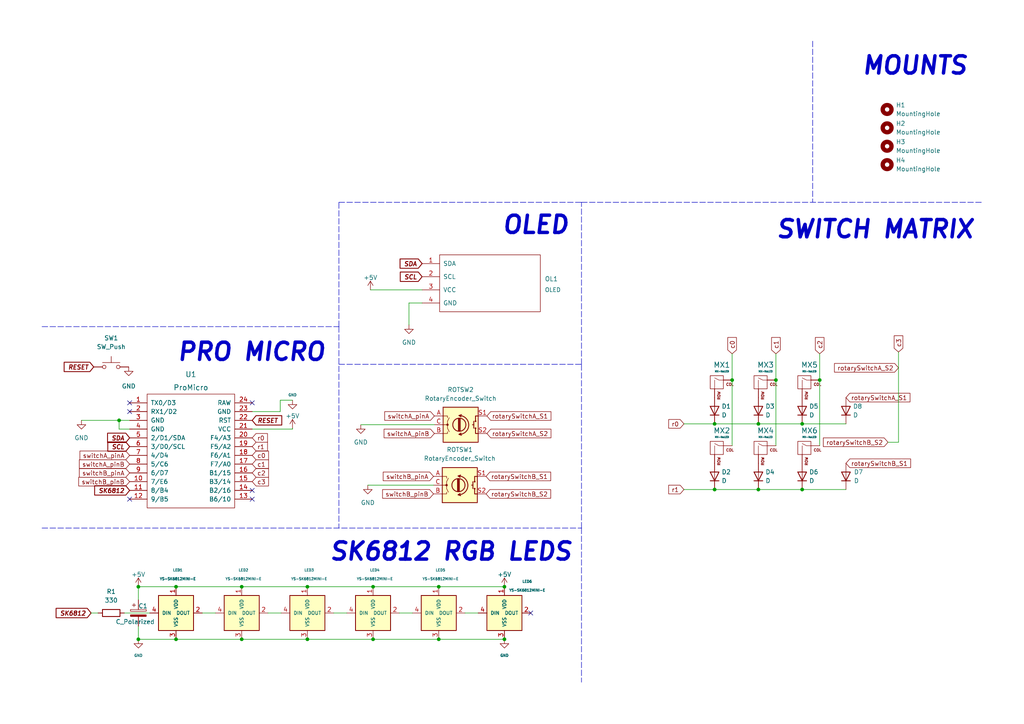
<source format=kicad_sch>
(kicad_sch (version 20211123) (generator eeschema)
  (paper "A4")
  (lib_symbols
    (symbol "Device:C_Polarized" (pin_numbers hide) (pin_names (offset 0.254))
      (property "Reference" "C" (at 0.635 2.54 0))
      (property "Value" "C_Polarized" (at 0.635 -2.54 0))
      (symbol "C_Polarized_0_1"
        (rectangle (start -2.286 0.508) (end 2.286 1.016))
        (polyline (pts (xy -1.778 2.286) (xy -0.762 2.286)))
        (polyline (pts (xy -1.27 2.794) (xy -1.27 1.778)))
        (rectangle (start 2.286 -0.508) (end -2.286 -1.016) (fill (type outline)))
      )
      (symbol "C_Polarized_1_1"
        (pin passive line (at 0 3.81 270) (length 2.794) (name "~") (number "1"))
        (pin passive line (at 0 -3.81 90) (length 2.794) (name "~") (number "2"))
      )
    )
    (symbol "Device:D" (pin_numbers hide) (pin_names (offset 1.016) hide)
      (property "Reference" "D" (at 0 2.54 0))
      (property "Value" "D" (at 0 -2.54 0))
      (symbol "D_0_1"
        (polyline (pts (xy -1.27 1.27) (xy -1.27 -1.27)) (stroke (width 0.254)))
        (polyline (pts (xy 1.27 0) (xy -1.27 0)))
        (polyline (pts (xy 1.27 1.27) (xy 1.27 -1.27) (xy -1.27 0) (xy 1.27 1.27)) (stroke (width 0.254)))
      )
      (symbol "D_1_1"
        (pin passive line (at -3.81 0 0) (length 2.54) (name "K") (number "1"))
        (pin passive line (at 3.81 0 180) (length 2.54) (name "A") (number "2"))
      )
    )
    (symbol "Device:R" (pin_numbers hide) (pin_names (offset 0))
      (property "Reference" "R" (at 2.032 0 90))
      (property "Value" "R" (at 0 0 90))
      (symbol "R_0_1"
        (rectangle (start -1.016 -2.54) (end 1.016 2.54) (stroke (width 0.254)))
      )
      (symbol "R_1_1"
        (pin passive line (at 0 3.81 270) (length 1.27) (name "~") (number "1"))
        (pin passive line (at 0 -3.81 90) (length 1.27) (name "~") (number "2"))
      )
    )
    (symbol "Device:RotaryEncoder_Switch" (pin_names (offset 0.254) hide)
      (property "Reference" "SW" (at 0 6.604 0))
      (property "Value" "RotaryEncoder_Switch" (at 0 -6.604 0))
      (symbol "RotaryEncoder_Switch_0_1"
        (rectangle (start -5.08 5.08) (end 5.08 -5.08) (stroke (width 0.254)) (fill (type background)))
        (circle (center -3.81 0) (radius 0.254) (fill (type outline)))
        (arc (start -0.381 -2.794) (mid 2.3622 -0.0635) (end -0.381 2.667) (stroke (width 0.254)))
        (circle (center -0.381 0) (radius 1.905) (stroke (width 0.254)))
        (polyline (pts (xy -0.635 -1.778) (xy -0.635 1.778)) (stroke (width 0.254)))
        (polyline (pts (xy -0.381 -1.778) (xy -0.381 1.778)) (stroke (width 0.254)))
        (polyline (pts (xy -0.127 1.778) (xy -0.127 -1.778)) (stroke (width 0.254)))
        (polyline (pts (xy 3.81 0) (xy 3.429 0)) (stroke (width 0.254)))
        (polyline (pts (xy 3.81 1.016) (xy 3.81 -1.016)) (stroke (width 0.254)))
        (polyline (pts (xy -5.08 -2.54) (xy -3.81 -2.54) (xy -3.81 -2.032)))
        (polyline (pts (xy -5.08 2.54) (xy -3.81 2.54) (xy -3.81 2.032)))
        (polyline (pts (xy 0.254 -3.048) (xy -0.508 -2.794) (xy 0.127 -2.413)) (stroke (width 0.254)))
        (polyline (pts (xy 0.254 2.921) (xy -0.508 2.667) (xy 0.127 2.286)) (stroke (width 0.254)))
        (polyline (pts (xy 5.08 -2.54) (xy 4.318 -2.54) (xy 4.318 -1.016)) (stroke (width 0.254)))
        (polyline (pts (xy 5.08 2.54) (xy 4.318 2.54) (xy 4.318 1.016)) (stroke (width 0.254)))
        (polyline (pts (xy -5.08 0) (xy -3.81 0) (xy -3.81 -1.016) (xy -3.302 -2.032)))
        (polyline (pts (xy -4.318 0) (xy -3.81 0) (xy -3.81 1.016) (xy -3.302 2.032)))
        (circle (center 4.318 -1.016) (radius 0.127) (stroke (width 0.254)))
        (circle (center 4.318 1.016) (radius 0.127) (stroke (width 0.254)))
      )
      (symbol "RotaryEncoder_Switch_1_1"
        (pin passive line (at -7.62 2.54 0) (length 2.54) (name "A") (number "A"))
        (pin passive line (at -7.62 -2.54 0) (length 2.54) (name "B") (number "B"))
        (pin passive line (at -7.62 0 0) (length 2.54) (name "C") (number "C"))
        (pin passive line (at 7.62 2.54 180) (length 2.54) (name "S1") (number "S1"))
        (pin passive line (at 7.62 -2.54 180) (length 2.54) (name "S2") (number "S2"))
      )
    )
    (symbol "MX_Alps_Hybrid:MX-NoLED" (pin_names (offset 1.016))
      (property "Reference" "MX" (at -0.635 3.81 0))
      (property "Value" "MX_Alps_Hybrid_MX-NoLED" (at -0.635 1.27 0))
      (symbol "MX-NoLED_0_0"
        (rectangle (start -2.54 2.54) (end 1.27 -1.27))
        (polyline (pts (xy -1.27 -1.27) (xy -1.27 1.27)) (stroke (width 0.127)))
        (polyline (pts (xy 1.27 1.27) (xy 0 1.27) (xy -1.27 1.905)) (stroke (width 0.127)))
        (text "COL" (at 3.175 0 0) (effects (font (size 0.762 0.762))))
        (text "ROW" (at 0 -1.905 900) (effects (font (size 0.762 0.762)) (justify right)))
      )
      (symbol "MX-NoLED_1_1"
        (pin passive line (at 3.81 1.27 180) (length 2.54) (name "COL") (number "1"))
        (pin passive line (at -1.27 -3.81 90) (length 2.54) (name "ROW") (number "2"))
      )
    )
    (symbol "Mechanical:MountingHole" (pin_names (offset 1.016))
      (property "Reference" "H" (at 0 5.08 0))
      (property "Value" "MountingHole" (at 0 3.175 0))
      (symbol "MountingHole_0_1"
        (circle (center 0 0) (radius 1.27) (stroke (width 1.27)))
      )
    )
    (symbol "Switch:SW_Push" (pin_numbers hide) (pin_names (offset 1.016) hide)
      (property "Reference" "SW" (at 1.27 2.54 0))
      (property "Value" "SW_Push" (at 0 -1.524 0))
      (symbol "SW_Push_0_1"
        (circle (center -2.032 0) (radius 0.508))
        (polyline (pts (xy 0 1.27) (xy 0 3.048)))
        (polyline (pts (xy 2.54 1.27) (xy -2.54 1.27)))
        (circle (center 2.032 0) (radius 0.508))
        (pin passive line (at -5.08 0 0) (length 2.54) (name "1") (number "1"))
        (pin passive line (at 5.08 0 180) (length 2.54) (name "2") (number "2"))
      )
    )
    (symbol "kbd:OLED" (pin_names (offset 1.016))
      (property "Reference" "OL" (at 0 2.54 0))
      (property "Value" "OLED" (at 0 -1.27 0))
      (symbol "OLED_0_1"
        (rectangle (start -13.97 8.89) (end 15.24 -7.62))
      )
      (symbol "OLED_1_1"
        (pin bidirectional line (at -19.05 6.35 0) (length 5.08) (name "SDA") (number "1"))
        (pin bidirectional line (at -19.05 2.54 0) (length 5.08) (name "SCL") (number "2"))
        (pin power_in line (at -19.05 -1.27 0) (length 5.08) (name "VCC") (number "3"))
        (pin power_in line (at -19.05 -5.08 0) (length 5.08) (name "GND") (number "4"))
      )
    )
    (symbol "kbd:ProMicro" (pin_names (offset 1.016))
      (property "Reference" "U" (at 0 19.05 0))
      (property "Value" "ProMicro" (at 0 -19.05 0))
      (symbol "ProMicro_0_1"
        (rectangle (start -12.7 16.51) (end 12.7 -16.51))
      )
      (symbol "ProMicro_1_1"
        (pin bidirectional line (at -17.78 13.97 0) (length 5.08) (name "TX0/D3") (number "1"))
        (pin bidirectional line (at -17.78 -8.89 0) (length 5.08) (name "7/E6") (number "10"))
        (pin bidirectional line (at -17.78 -11.43 0) (length 5.08) (name "8/B4") (number "11"))
        (pin bidirectional line (at -17.78 -13.97 0) (length 5.08) (name "9/B5") (number "12"))
        (pin bidirectional line (at 17.78 -13.97 180) (length 5.08) (name "B6/10") (number "13"))
        (pin bidirectional line (at 17.78 -11.43 180) (length 5.08) (name "B2/16") (number "14"))
        (pin bidirectional line (at 17.78 -8.89 180) (length 5.08) (name "B3/14") (number "15"))
        (pin bidirectional line (at 17.78 -6.35 180) (length 5.08) (name "B1/15") (number "16"))
        (pin bidirectional line (at 17.78 -3.81 180) (length 5.08) (name "F7/A0") (number "17"))
        (pin bidirectional line (at 17.78 -1.27 180) (length 5.08) (name "F6/A1") (number "18"))
        (pin bidirectional line (at 17.78 1.27 180) (length 5.08) (name "F5/A2") (number "19"))
        (pin bidirectional line (at -17.78 11.43 0) (length 5.08) (name "RX1/D2") (number "2"))
        (pin bidirectional line (at 17.78 3.81 180) (length 5.08) (name "F4/A3") (number "20"))
        (pin power_in line (at 17.78 6.35 180) (length 5.08) (name "VCC") (number "21"))
        (pin input line (at 17.78 8.89 180) (length 5.08) (name "RST") (number "22"))
        (pin power_in line (at 17.78 11.43 180) (length 5.08) (name "GND") (number "23"))
        (pin power_out line (at 17.78 13.97 180) (length 5.08) (name "RAW") (number "24"))
        (pin power_in line (at -17.78 8.89 0) (length 5.08) (name "GND") (number "3"))
        (pin power_in line (at -17.78 6.35 0) (length 5.08) (name "GND") (number "4"))
        (pin bidirectional line (at -17.78 3.81 0) (length 5.08) (name "2/D1/SDA") (number "5"))
        (pin bidirectional line (at -17.78 1.27 0) (length 5.08) (name "3/D0/SCL") (number "6"))
        (pin bidirectional line (at -17.78 -1.27 0) (length 5.08) (name "4/D4") (number "7"))
        (pin bidirectional line (at -17.78 -3.81 0) (length 5.08) (name "5/C6") (number "8"))
        (pin bidirectional line (at -17.78 -6.35 0) (length 5.08) (name "6/D7") (number "9"))
      )
    )
    (symbol "kbd:YS-SK6812MINI-E" (pin_names (offset 1.016))
      (property "Reference" "LED" (at 2.54 -7.62 0))
      (property "Value" "YS-SK6812MINI-E" (at 6.35 -6.35 0))
      (symbol "YS-SK6812MINI-E_0_1"
        (rectangle (start -5.08 5.08) (end 5.08 -5.08) (stroke (width 0.254)) (fill (type background)))
      )
      (symbol "YS-SK6812MINI-E_1_1"
        (pin power_in line (at 0 7.62 270) (length 2.54) (name "VDD") (number "1"))
        (pin output line (at 7.62 0 180) (length 2.54) (name "DOUT") (number "2"))
        (pin power_in line (at 0 -7.62 90) (length 2.54) (name "VSS") (number "3"))
        (pin input line (at -7.62 0 0) (length 2.54) (name "DIN") (number "4"))
      )
    )
    (symbol "power:+5V" (power) (pin_names (offset 0))
      (property "Value" "+5V" (at 0 3.556 0))
      (symbol "+5V_0_1"
        (polyline (pts (xy -0.762 1.27) (xy 0 2.54)))
        (polyline (pts (xy 0 0) (xy 0 2.54)))
        (polyline (pts (xy 0 2.54) (xy 0.762 1.27)))
      )
      (symbol "+5V_1_1"
        (pin power_in line (at 0 0 90) (length 0) hide (name "+5V") (number "1"))
      )
    )
    (symbol "power:GND" (power) (pin_names (offset 0))
      (property "Value" "GND" (at 0 -3.81 0))
      (symbol "GND_0_1"
        (polyline (pts (xy 0 0) (xy 0 -1.27) (xy 1.27 -1.27) (xy 0 -2.54) (xy -1.27 -1.27) (xy 0 -1.27)))
      )
      (symbol "GND_1_1"
        (pin power_in line (at 0 0 270) (length 0) hide (name "GND") (number "1"))
      )
    )
  )
  (junction (at 237.744 110.236))
  (junction (at 70.104 185.42))
  (junction (at 40.132 185.42))
  (junction (at 219.964 141.986))
  (junction (at 34.544 121.92))
  (junction (at 146.304 170.18))
  (junction (at 225.044 110.236))
  (junction (at 146.304 185.42))
  (junction (at 207.264 141.986))
  (junction (at 89.154 170.18))
  (junction (at 232.664 122.936))
  (junction (at 40.132 170.18))
  (junction (at 219.964 122.936))
  (junction (at 207.264 122.936))
  (junction (at 89.154 185.42))
  (junction (at 127.254 170.18))
  (junction (at 51.054 185.42))
  (junction (at 108.204 185.42))
  (junction (at 70.104 170.18))
  (junction (at 51.054 170.18))
  (junction (at 212.344 110.236))
  (junction (at 127.254 185.42))
  (junction (at 108.204 170.18))
  (junction (at 232.664 141.986))
  (no_connect (at 73.152 142.24))
  (no_connect (at 153.924 177.8))
  (no_connect (at 37.592 119.38))
  (no_connect (at 37.592 116.84))
  (no_connect (at 73.152 116.84))
  (no_connect (at 37.592 144.78))
  (no_connect (at 73.152 144.78))
  (wire (pts (xy 219.964 141.986) (xy 232.664 141.986)))
  (wire (pts (xy 40.132 185.42) (xy 51.054 185.42)))
  (wire (pts (xy 134.874 177.8) (xy 138.684 177.8)))
  (wire (pts (xy 260.604 102.108) (xy 260.604 128.27)))
  (wire (pts (xy 40.132 181.61) (xy 40.132 185.42)))
  (wire (pts (xy 122.428 87.884) (xy 118.618 87.884)))
  (wire (pts (xy 198.374 141.986) (xy 207.264 141.986)))
  (wire (pts (xy 40.132 170.18) (xy 40.132 173.99)))
  (wire (pts (xy 118.618 87.884) (xy 118.618 94.234)))
  (wire (pts (xy 225.044 110.236) (xy 225.044 102.616)))
  (wire (pts (xy 260.604 128.27) (xy 257.556 128.27)))
  (polyline (pts (xy 98.298 94.742) (xy 98.298 58.674)))
  (wire (pts (xy 77.724 177.8) (xy 81.534 177.8)))
  (wire (pts (xy 36.068 177.8) (xy 43.434 177.8)))
  (wire (pts (xy 96.774 177.8) (xy 100.584 177.8)))
  (polyline (pts (xy 235.712 11.938) (xy 235.712 58.674)))
  (wire (pts (xy 81.28 116.078) (xy 84.836 116.078)))
  (wire (pts (xy 212.344 110.236) (xy 212.344 102.616)))
  (wire (pts (xy 122.428 84.074) (xy 107.442 84.074)))
  (wire (pts (xy 89.154 185.42) (xy 108.204 185.42)))
  (wire (pts (xy 70.104 170.18) (xy 89.154 170.18)))
  (polyline (pts (xy 168.656 153.162) (xy 168.656 105.664)))
  (wire (pts (xy 104.648 123.19) (xy 125.984 123.19)))
  (wire (pts (xy 219.964 122.936) (xy 232.664 122.936)))
  (wire (pts (xy 106.68 140.716) (xy 125.73 140.716)))
  (polyline (pts (xy 12.192 94.742) (xy 98.298 94.742)))
  (wire (pts (xy 73.152 124.46) (xy 84.836 124.46)))
  (wire (pts (xy 51.054 185.42) (xy 70.104 185.42)))
  (wire (pts (xy 207.264 122.936) (xy 219.964 122.936)))
  (wire (pts (xy 81.28 119.38) (xy 81.28 116.078)))
  (wire (pts (xy 51.054 170.18) (xy 70.104 170.18)))
  (wire (pts (xy 34.544 124.46) (xy 34.544 121.92)))
  (wire (pts (xy 34.544 121.92) (xy 37.592 121.92)))
  (wire (pts (xy 108.204 170.18) (xy 127.254 170.18)))
  (polyline (pts (xy 168.656 153.162) (xy 168.656 197.866)))
  (wire (pts (xy 40.132 170.18) (xy 51.054 170.18)))
  (wire (pts (xy 212.344 129.286) (xy 212.344 110.236)))
  (wire (pts (xy 73.152 119.38) (xy 81.28 119.38)))
  (wire (pts (xy 198.374 122.936) (xy 207.264 122.936)))
  (wire (pts (xy 237.744 110.236) (xy 237.744 129.286)))
  (wire (pts (xy 84.836 124.206) (xy 84.836 124.46)))
  (polyline (pts (xy 168.656 58.674) (xy 284.988 58.674)))
  (wire (pts (xy 225.044 129.286) (xy 225.044 110.236)))
  (wire (pts (xy 89.154 170.18) (xy 108.204 170.18)))
  (wire (pts (xy 232.664 122.936) (xy 245.364 122.936)))
  (polyline (pts (xy 12.192 153.162) (xy 168.656 153.162)))
  (polyline (pts (xy 98.298 105.664) (xy 168.656 105.664)))
  (wire (pts (xy 37.592 124.46) (xy 34.544 124.46)))
  (wire (pts (xy 232.664 141.986) (xy 245.364 141.986)))
  (wire (pts (xy 108.204 185.42) (xy 127.254 185.42)))
  (wire (pts (xy 23.622 121.92) (xy 34.544 121.92)))
  (wire (pts (xy 26.416 177.8) (xy 28.448 177.8)))
  (polyline (pts (xy 98.298 58.674) (xy 168.656 58.674)))
  (wire (pts (xy 115.824 177.8) (xy 119.634 177.8)))
  (wire (pts (xy 207.264 141.986) (xy 219.964 141.986)))
  (wire (pts (xy 237.744 102.616) (xy 237.744 110.236)))
  (polyline (pts (xy 168.656 105.664) (xy 168.656 58.674)))
  (wire (pts (xy 127.254 170.18) (xy 146.304 170.18)))
  (wire (pts (xy 58.674 177.8) (xy 62.484 177.8)))
  (polyline (pts (xy 98.298 94.742) (xy 98.298 153.162)))
  (wire (pts (xy 70.104 185.42) (xy 89.154 185.42)))
  (wire (pts (xy 127.254 185.42) (xy 146.304 185.42)))
  (text "SK6812 RGB LEDS\n" (at 95.25 163.068 0) (effects (font (size 5 5) (thickness 1) bold italic) (justify left bottom)))
  (text "SWITCH MATRIX" (at 224.79 69.596 0) (effects (font (size 5 5) (thickness 1) bold italic) (justify left bottom)))
  (text "PRO MICRO" (at 51.054 105.156 0) (effects (font (size 5 5) (thickness 1) bold italic) (justify left bottom)))
  (text "OLED\n" (at 145.288 68.326 0) (effects (font (size 5 5) (thickness 1) bold italic) (justify left bottom)))
  (text "MOUNTS" (at 249.682 22.098 0) (effects (font (size 5 5) (thickness 1) bold italic) (justify left bottom)))
  (global_label "rotarySwitchB_S2" (shape input) (at 257.556 128.27 180) (property "Intersheet References" "${INTERSHEET_REFS}" (effects hide)))
  (global_label "rotarySwitchA_S2" (shape input) (at 260.604 106.68 180) (property "Intersheet References" "${INTERSHEET_REFS}" (effects hide)))
  (global_label "switchA_pinB" (shape input) (at 37.592 134.62 180) (property "Intersheet References" "${INTERSHEET_REFS}" (effects hide)))
  (global_label "switchA_pinA" (shape input) (at 125.984 120.65 180) (property "Intersheet References" "${INTERSHEET_REFS}" (effects hide)))
  (global_label "switchB_pinB" (shape input) (at 125.73 143.256 180) (property "Intersheet References" "${INTERSHEET_REFS}" (effects hide)))
  (global_label "SCL" (shape input) (at 37.592 129.54 180) (effects (font (thickness 0.254) bold italic)) (property "Intersheet References" "${INTERSHEET_REFS}" (effects hide)))
  (global_label "rotarySwitchB_S1" (shape input) (at 245.364 134.366 0) (property "Intersheet References" "${INTERSHEET_REFS}" (effects hide)))
  (global_label "switchB_pinA" (shape input) (at 125.73 138.176 180) (property "Intersheet References" "${INTERSHEET_REFS}" (effects hide)))
  (global_label "rotarySwitchA_S1" (shape input) (at 245.364 115.316 0) (property "Intersheet References" "${INTERSHEET_REFS}" (effects hide)))
  (global_label "SDA" (shape input) (at 122.428 76.454 180) (effects (font (thickness 0.254) bold italic)) (property "Intersheet References" "${INTERSHEET_REFS}" (effects hide)))
  (global_label "SK6812" (shape input) (at 26.416 177.8 180) (effects (font (thickness 0.254) bold italic)) (property "Intersheet References" "${INTERSHEET_REFS}" (effects hide)))
  (global_label "c3" (shape input) (at 260.604 102.108 90) (property "Intersheet References" "${INTERSHEET_REFS}" (effects hide)))
  (global_label "switchA_pinA" (shape input) (at 37.592 132.08 180) (property "Intersheet References" "${INTERSHEET_REFS}" (effects hide)))
  (global_label "c0" (shape input) (at 212.344 102.616 90) (property "Intersheet References" "${INTERSHEET_REFS}" (effects hide)))
  (global_label "RESET" (shape input) (at 27.178 106.426 180) (effects (font bold italic)) (property "Intersheet References" "${INTERSHEET_REFS}" (effects hide)))
  (global_label "c2" (shape input) (at 73.152 137.16 0) (property "Intersheet References" "${INTERSHEET_REFS}" (effects hide)))
  (global_label "SCL" (shape input) (at 122.428 80.264 180) (effects (font (thickness 0.254) bold italic)) (property "Intersheet References" "${INTERSHEET_REFS}" (effects hide)))
  (global_label "RESET" (shape input) (at 73.152 121.92 0) (effects (font bold italic)) (property "Intersheet References" "${INTERSHEET_REFS}" (effects hide)))
  (global_label "r1" (shape input) (at 198.374 141.986 180) (property "Intersheet References" "${INTERSHEET_REFS}" (effects hide)))
  (global_label "rotarySwitchA_S1" (shape input) (at 141.224 120.65 0) (property "Intersheet References" "${INTERSHEET_REFS}" (effects hide)))
  (global_label "SK6812" (shape input) (at 37.592 142.24 180) (effects (font (thickness 0.254) bold italic)) (property "Intersheet References" "${INTERSHEET_REFS}" (effects hide)))
  (global_label "switchA_pinB" (shape input) (at 125.984 125.73 180) (property "Intersheet References" "${INTERSHEET_REFS}" (effects hide)))
  (global_label "c0" (shape input) (at 73.152 132.08 0) (property "Intersheet References" "${INTERSHEET_REFS}" (effects hide)))
  (global_label "c2" (shape input) (at 237.744 102.616 90) (property "Intersheet References" "${INTERSHEET_REFS}" (effects hide)))
  (global_label "rotarySwitchB_S1" (shape input) (at 140.97 138.176 0) (property "Intersheet References" "${INTERSHEET_REFS}" (effects hide)))
  (global_label "r0" (shape input) (at 198.374 122.936 180) (property "Intersheet References" "${INTERSHEET_REFS}" (effects hide)))
  (global_label "r0" (shape input) (at 73.152 127 0) (property "Intersheet References" "${INTERSHEET_REFS}" (effects hide)))
  (global_label "c3" (shape input) (at 73.152 139.7 0) (property "Intersheet References" "${INTERSHEET_REFS}" (effects hide)))
  (global_label "rotarySwitchB_S2" (shape input) (at 140.97 143.256 0) (property "Intersheet References" "${INTERSHEET_REFS}" (effects hide)))
  (global_label "SDA" (shape input) (at 37.592 127 180) (effects (font (thickness 0.254) bold italic)) (property "Intersheet References" "${INTERSHEET_REFS}" (effects hide)))
  (global_label "switchB_pinB" (shape input) (at 37.592 139.7 180) (property "Intersheet References" "${INTERSHEET_REFS}" (effects hide)))
  (global_label "c1" (shape input) (at 73.152 134.62 0) (property "Intersheet References" "${INTERSHEET_REFS}" (effects hide)))
  (global_label "rotarySwitchA_S2" (shape input) (at 141.224 125.73 0) (property "Intersheet References" "${INTERSHEET_REFS}" (effects hide)))
  (global_label "r1" (shape input) (at 73.152 129.54 0) (property "Intersheet References" "${INTERSHEET_REFS}" (effects hide)))
  (global_label "c1" (shape input) (at 225.044 102.616 90) (property "Intersheet References" "${INTERSHEET_REFS}" (effects hide)))
  (global_label "switchB_pinA" (shape input) (at 37.592 137.16 180) (property "Intersheet References" "${INTERSHEET_REFS}" (effects hide)))
  (symbol (lib_id "kbd:YS-SK6812MINI-E") (at 70.104 177.8 0) (unit 1)
    (property "Reference" "LED2" (at 70.612 165.354 0) (effects (font (size 0.7366 0.7366))))
    (property "Value" "YS-SK6812MINI-E" (at 70.612 167.894 0) (effects (font (size 0.7366 0.7366))))
    (property "Footprint" "kicad-footprints:YS-SK6812MINI-E" (effects hide))
  )
  (symbol (lib_id "power:+5V") (at 84.836 124.206 0) (unit 1)
    (property "Reference" "#PWR06" (effects hide))
    (property "Value" "+5V" (at 84.836 120.65 0))
  )
  (symbol (lib_id "power:GND") (at 40.132 185.42 0) (unit 1)
    (property "Reference" "#PWR04" (effects hide))
    (property "Value" "GND" (at 40.132 190.119 0) (effects (font (size 0.762 0.762))))
  )
  (symbol (lib_id "kbd:YS-SK6812MINI-E") (at 127.254 177.8 0) (unit 1)
    (property "Reference" "LED5" (at 127.762 165.354 0) (effects (font (size 0.7366 0.7366))))
    (property "Value" "YS-SK6812MINI-E" (at 127.762 167.894 0) (effects (font (size 0.7366 0.7366))))
    (property "Footprint" "kicad-footprints:YS-SK6812MINI-E" (effects hide))
  )
  (symbol (lib_id "power:GND") (at 23.622 121.92 0) (unit 1)
    (property "Reference" "#PWR01" (effects hide))
    (property "Value" "GND" (at 23.622 127 0))
  )
  (symbol (lib_id "Mechanical:MountingHole") (at 257.302 31.75 0) (unit 1)
    (property "Reference" "H1" (at 259.842 30.48 0) (effects (justify left)))
    (property "Value" "MountingHole" (at 259.842 33.02 0) (effects (justify left)))
    (property "Footprint" "MountingHole:MountingHole_2.2mm_M2_ISO7380" (effects hide))
  )
  (symbol (lib_id "kbd:YS-SK6812MINI-E") (at 108.204 177.8 0) (unit 1)
    (property "Reference" "LED4" (at 108.712 165.354 0) (effects (font (size 0.7366 0.7366))))
    (property "Value" "YS-SK6812MINI-E" (at 108.712 167.894 0) (effects (font (size 0.7366 0.7366))))
    (property "Footprint" "kicad-footprints:YS-SK6812MINI-E" (effects hide))
  )
  (symbol (lib_id "Device:D") (at 207.264 138.176 90) (unit 1)
    (property "Reference" "D2" (at 209.296 136.9059 90) (effects (justify right)))
    (property "Value" "D" (at 209.296 139.4459 90) (effects (justify right)))
    (property "Footprint" "ziggys:DIODE NO K" (effects hide))
  )
  (symbol (lib_id "Device:RotaryEncoder_Switch") (at 133.604 123.19 0) (unit 1)
    (property "Reference" "ROTSW2" (at 133.604 113.03 0))
    (property "Value" "RotaryEncoder_Switch" (at 133.604 115.57 0))
    (property "Footprint" "Rotary_Encoder:RotaryEncoder_Alps_EC11E-Switch_Vertical_H20mm" (effects hide))
  )
  (symbol (lib_id "Device:R") (at 32.258 177.8 90) (unit 1)
    (property "Reference" "R1" (at 32.258 171.577 90))
    (property "Value" "330" (at 32.258 174.117 90))
    (property "Footprint" "Resistor_THT:R_Axial_DIN0204_L3.6mm_D1.6mm_P5.08mm_Horizontal" (effects hide))
  )
  (symbol (lib_id "power:+5V") (at 146.304 170.18 0) (unit 1)
    (property "Reference" "#PWR011" (effects hide))
    (property "Value" "+5V" (at 146.304 166.624 0))
  )
  (symbol (lib_id "power:GND") (at 106.68 140.716 0) (unit 1)
    (property "Reference" "#PWR08" (effects hide))
    (property "Value" "GND" (at 106.68 145.796 0))
  )
  (symbol (lib_id "power:GND") (at 118.618 94.234 0) (unit 1)
    (property "Reference" "#PWR010" (effects hide))
    (property "Value" "GND" (at 118.618 99.314 0))
  )
  (symbol (lib_id "kbd:YS-SK6812MINI-E") (at 51.054 177.8 0) (unit 1)
    (property "Reference" "LED1" (at 51.562 165.354 0) (effects (font (size 0.7366 0.7366))))
    (property "Value" "YS-SK6812MINI-E" (at 51.562 167.894 0) (effects (font (size 0.7366 0.7366))))
    (property "Footprint" "kicad-footprints:YS-SK6812MINI-E" (effects hide))
  )
  (symbol (lib_id "kbd:YS-SK6812MINI-E") (at 89.154 177.8 0) (unit 1)
    (property "Reference" "LED3" (at 89.662 165.354 0) (effects (font (size 0.7366 0.7366))))
    (property "Value" "YS-SK6812MINI-E" (at 89.662 167.894 0) (effects (font (size 0.7366 0.7366))))
    (property "Footprint" "kicad-footprints:YS-SK6812MINI-E" (effects hide))
  )
  (symbol (lib_id "power:+5V") (at 40.132 170.18 0) (unit 1)
    (property "Reference" "#PWR03" (effects hide))
    (property "Value" "+5V" (at 40.132 166.624 0))
  )
  (symbol (lib_id "MX_Alps_Hybrid:MX-NoLED") (at 221.234 130.556 0) (unit 1)
    (property "Reference" "MX4" (at 222.0722 124.8918 0) (effects (font (size 1.524 1.524))))
    (property "Value" "MX-NoLED" (at 222.0722 126.7714 0) (effects (font (size 0.508 0.508))))
    (property "Footprint" "kicad-footprints:CherryMX_Hotswap" (effects hide))
  )
  (symbol (lib_id "kbd:ProMicro") (at 55.372 130.81 0) (unit 1)
    (property "Reference" "U1" (at 55.372 108.585 0) (effects (font (size 1.524 1.524))))
    (property "Value" "ProMicro" (at 55.372 112.395 0) (effects (font (size 1.524 1.524))))
    (property "Footprint" "ziggys:ProMicro_v3.5 USB C" (effects hide))
  )
  (symbol (lib_id "Device:D") (at 219.964 138.176 90) (unit 1)
    (property "Reference" "D4" (at 221.996 136.9059 90) (effects (justify right)))
    (property "Value" "D" (at 221.996 139.4459 90) (effects (justify right)))
    (property "Footprint" "ziggys:DIODE NO K" (effects hide))
  )
  (symbol (lib_id "power:GND") (at 37.338 106.426 0) (unit 1)
    (property "Reference" "#PWR02" (effects hide))
    (property "Value" "GND" (at 37.338 112.014 0))
  )
  (symbol (lib_id "Mechanical:MountingHole") (at 257.302 47.752 0) (unit 1)
    (property "Reference" "H4" (at 259.842 46.482 0) (effects (justify left)))
    (property "Value" "MountingHole" (at 259.842 49.022 0) (effects (justify left)))
    (property "Footprint" "MountingHole:MountingHole_2.2mm_M2_ISO7380" (effects hide))
  )
  (symbol (lib_id "MX_Alps_Hybrid:MX-NoLED") (at 208.534 130.556 0) (unit 1)
    (property "Reference" "MX2" (at 209.3722 124.8918 0) (effects (font (size 1.524 1.524))))
    (property "Value" "MX-NoLED" (at 209.3722 126.7714 0) (effects (font (size 0.508 0.508))))
    (property "Footprint" "kicad-footprints:CherryMX_Hotswap" (effects hide))
  )
  (symbol (lib_id "Device:D") (at 207.264 119.126 90) (unit 1)
    (property "Reference" "D1" (at 209.296 117.8559 90) (effects (justify right)))
    (property "Value" "D" (at 209.296 120.3959 90) (effects (justify right)))
    (property "Footprint" "ziggys:DIODE NO K" (effects hide))
  )
  (symbol (lib_id "power:+5V") (at 107.442 84.074 0) (unit 1)
    (property "Reference" "#PWR09" (effects hide))
    (property "Value" "+5V" (at 107.442 80.518 0))
  )
  (symbol (lib_id "MX_Alps_Hybrid:MX-NoLED") (at 221.234 111.506 0) (unit 1)
    (property "Reference" "MX3" (at 222.0722 105.8418 0) (effects (font (size 1.524 1.524))))
    (property "Value" "MX-NoLED" (at 222.0722 107.7214 0) (effects (font (size 0.508 0.508))))
    (property "Footprint" "kicad-footprints:CherryMX_Hotswap" (effects hide))
  )
  (symbol (lib_id "Device:D") (at 245.364 119.126 90) (unit 1)
    (property "Reference" "D8" (at 247.396 117.8559 90) (effects (justify right)))
    (property "Value" "D" (at 247.396 120.3959 90) (effects (justify right)))
    (property "Footprint" "ziggys:DIODE NO K" (effects hide))
  )
  (symbol (lib_id "power:GND") (at 84.836 116.078 0) (unit 1)
    (property "Reference" "#PWR05" (effects hide))
    (property "Value" "GND" (at 84.836 114.554 0) (effects (font (size 0.762 0.762))))
  )
  (symbol (lib_id "Switch:SW_Push") (at 32.258 106.426 0) (unit 1)
    (property "Reference" "SW1" (at 32.258 98.044 0))
    (property "Value" "SW_Push" (at 32.258 100.584 0))
    (property "Footprint" "Button_Switch_THT:SW_PUSH_6mm" (effects hide))
  )
  (symbol (lib_id "MX_Alps_Hybrid:MX-NoLED") (at 208.534 111.506 0) (unit 1)
    (property "Reference" "MX1" (at 209.3722 105.8418 0) (effects (font (size 1.524 1.524))))
    (property "Value" "MX-NoLED" (at 209.3722 107.7214 0) (effects (font (size 0.508 0.508))))
    (property "Footprint" "kicad-footprints:CherryMX_Hotswap" (effects hide))
  )
  (symbol (lib_id "Mechanical:MountingHole") (at 257.302 42.418 0) (unit 1)
    (property "Reference" "H3" (at 259.842 41.148 0) (effects (justify left)))
    (property "Value" "MountingHole" (at 259.842 43.688 0) (effects (justify left)))
    (property "Footprint" "MountingHole:MountingHole_2.2mm_M2_ISO7380" (effects hide))
  )
  (symbol (lib_id "Device:D") (at 245.364 138.176 90) (unit 1)
    (property "Reference" "D7" (at 247.65 136.9059 90) (effects (justify right)))
    (property "Value" "D" (at 247.65 139.4459 90) (effects (justify right)))
    (property "Footprint" "ziggys:DIODE NO K" (effects hide))
  )
  (symbol (lib_id "Device:D") (at 232.664 119.126 90) (unit 1)
    (property "Reference" "D5" (at 234.696 117.8559 90) (effects (justify right)))
    (property "Value" "D" (at 234.696 120.3959 90) (effects (justify right)))
    (property "Footprint" "ziggys:DIODE NO K" (effects hide))
  )
  (symbol (lib_id "Device:C_Polarized") (at 40.132 177.8 0) (unit 1)
    (property "Reference" "C1" (at 40.132 175.768 0) (effects (justify left)))
    (property "Value" "C_Polarized" (at 33.528 180.34 0) (effects (justify left)))
    (property "Footprint" "Capacitor_THT:CP_Radial_D6.3mm_P2.50mm" (effects hide))
  )
  (symbol (lib_id "Device:D") (at 219.964 119.126 90) (unit 1)
    (property "Reference" "D3" (at 221.996 117.8559 90) (effects (justify right)))
    (property "Value" "D" (at 221.996 120.3959 90) (effects (justify right)))
    (property "Footprint" "ziggys:DIODE NO K" (effects hide))
  )
  (symbol (lib_id "power:GND") (at 104.648 123.19 0) (unit 1)
    (property "Reference" "#PWR07" (effects hide))
    (property "Value" "GND" (at 104.648 128.27 0))
  )
  (symbol (lib_id "kbd:OLED") (at 141.478 82.804 0) (unit 1)
    (property "Reference" "OL1" (at 157.988 80.899 0) (effects (font (size 1.2954 1.2954)) (justify left)))
    (property "Value" "OLED" (at 157.988 84.074 0) (effects (font (size 1.1938 1.1938)) (justify left)))
    (property "Footprint" "kicad-footprints:OLED_v2" (effects hide))
  )
  (symbol (lib_id "power:GND") (at 146.304 185.42 0) (unit 1)
    (property "Reference" "#PWR012" (effects hide))
    (property "Value" "GND" (at 146.304 190.119 0) (effects (font (size 0.762 0.762))))
  )
  (symbol (lib_id "Mechanical:MountingHole") (at 257.302 37.084 0) (unit 1)
    (property "Reference" "H2" (at 259.842 35.8139 0) (effects (justify left)))
    (property "Value" "MountingHole" (at 259.842 38.3539 0) (effects (justify left)))
    (property "Footprint" "MountingHole:MountingHole_2.2mm_M2_ISO7380" (effects hide))
  )
  (symbol (lib_id "Device:D") (at 232.664 138.176 90) (unit 1)
    (property "Reference" "D6" (at 234.696 136.9059 90) (effects (justify right)))
    (property "Value" "D" (at 234.696 139.4459 90) (effects (justify right)))
    (property "Footprint" "ziggys:DIODE NO K" (effects hide))
  )
  (symbol (lib_id "MX_Alps_Hybrid:MX-NoLED") (at 233.934 111.506 0) (unit 1)
    (property "Reference" "MX5" (at 234.7722 105.8418 0) (effects (font (size 1.524 1.524))))
    (property "Value" "MX-NoLED" (at 234.7722 107.7214 0) (effects (font (size 0.508 0.508))))
    (property "Footprint" "kicad-footprints:CherryMX_Hotswap" (effects hide))
  )
  (symbol (lib_id "Device:RotaryEncoder_Switch") (at 133.35 140.716 0) (unit 1)
    (property "Reference" "ROTSW1" (at 133.35 130.429 0))
    (property "Value" "RotaryEncoder_Switch" (at 133.35 132.969 0))
    (property "Footprint" "Rotary_Encoder:RotaryEncoder_Alps_EC11E-Switch_Vertical_H20mm_CircularMountingHoles" (effects hide))
  )
  (symbol (lib_id "kbd:YS-SK6812MINI-E") (at 146.304 177.8 0) (unit 1)
    (property "Reference" "LED6" (at 152.908 168.656 0) (effects (font (size 0.7366 0.7366))))
    (property "Value" "YS-SK6812MINI-E" (at 152.908 171.196 0) (effects (font (size 0.7366 0.7366))))
    (property "Footprint" "kicad-footprints:YS-SK6812MINI-E" (effects hide))
  )
  (symbol (lib_id "MX_Alps_Hybrid:MX-NoLED") (at 233.934 130.556 0) (unit 1)
    (property "Reference" "MX6" (at 234.7722 124.8918 0) (effects (font (size 1.524 1.524))))
    (property "Value" "MX-NoLED" (at 234.7722 126.7714 0) (effects (font (size 0.508 0.508))))
    (property "Footprint" "kicad-footprints:CherryMX_Hotswap" (effects hide))
  )
)
</source>
